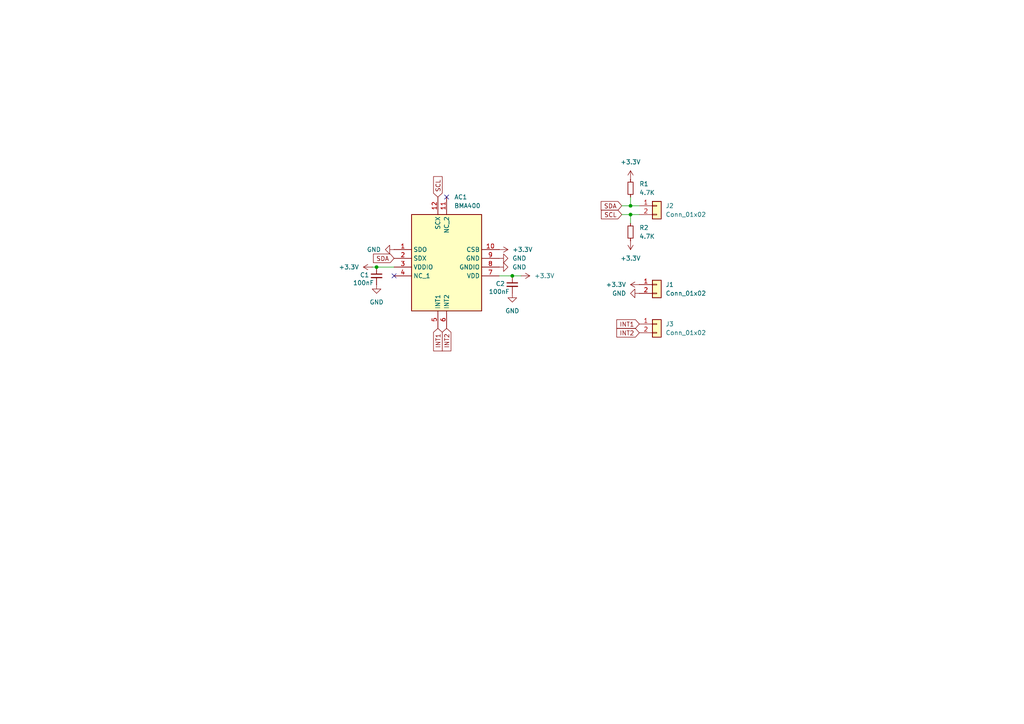
<source format=kicad_sch>
(kicad_sch (version 20231120) (generator "eeschema") (generator_version "8.0")
  (paper "A4")
  (lib_symbols
    (symbol "BMA400:BMA400"
      (property "Reference" "AC" (at 26.67 15.24 0))
      (property "Value" "BMA400" (at 26.67 12.7 0))
      (symbol "BMA400_1_1"
        (rectangle (start 5.08 10.16) (end 25.4 -17.78) (stroke (width 0.254)) (fill (type background)))
        (pin passive line (at 0 0 0) (length 5.08) (name "SDO") (number "1"))
        (pin passive line (at 30.48 0 180) (length 5.08) (name "CSB") (number "10"))
        (pin passive line (at 15.24 15.24 270) (length 5.08) (name "NC_2") (number "11"))
        (pin passive line (at 12.7 15.24 270) (length 5.08) (name "SCX") (number "12"))
        (pin passive line (at 0 -2.54 0) (length 5.08) (name "SDX") (number "2"))
        (pin passive line (at 0 -5.08 0) (length 5.08) (name "VDDIO") (number "3"))
        (pin passive line (at 0 -7.62 0) (length 5.08) (name "NC_1") (number "4"))
        (pin passive line (at 12.7 -22.86 90) (length 5.08) (name "INT1") (number "5"))
        (pin passive line (at 15.24 -22.86 90) (length 5.08) (name "INT2") (number "6"))
        (pin passive line (at 30.48 -7.62 180) (length 5.08) (name "VDD") (number "7"))
        (pin passive line (at 30.48 -5.08 180) (length 5.08) (name "GNDIO") (number "8"))
        (pin passive line (at 30.48 -2.54 180) (length 5.08) (name "GND") (number "9"))
      )
    )
    (symbol "Connector_Generic:Conn_01x02" (pin_names (offset 1.016) hide)
      (property "Reference" "J" (at 0 2.54 0))
      (property "Value" "Conn_01x02" (at 0 -5.08 0))
      (symbol "Conn_01x02_1_1"
        (rectangle (start -1.27 -2.413) (end 0 -2.667) (stroke (width 0.1524)))
        (rectangle (start -1.27 0.127) (end 0 -0.127) (stroke (width 0.1524)))
        (rectangle (start -1.27 1.27) (end 1.27 -3.81) (stroke (width 0.254)) (fill (type background)))
        (pin passive line (at -5.08 0 0) (length 3.81) (name "Pin_1") (number "1"))
        (pin passive line (at -5.08 -2.54 0) (length 3.81) (name "Pin_2") (number "2"))
      )
    )
    (symbol "Device:C_Small" (pin_numbers hide) (pin_names (offset 0.254) hide)
      (property "Reference" "C" (at 0.254 1.778 0))
      (property "Value" "C_Small" (at 0.254 -2.032 0))
      (symbol "C_Small_0_1"
        (polyline (pts (xy -1.524 -0.508) (xy 1.524 -0.508)) (stroke (width 0.3302)))
        (polyline (pts (xy -1.524 0.508) (xy 1.524 0.508)) (stroke (width 0.3048)))
      )
      (symbol "C_Small_1_1"
        (pin passive line (at 0 2.54 270) (length 2.032) (name "~") (number "1"))
        (pin passive line (at 0 -2.54 90) (length 2.032) (name "~") (number "2"))
      )
    )
    (symbol "Device:R_Small" (pin_numbers hide) (pin_names (offset 0.254) hide)
      (property "Reference" "R" (at 0.762 0.508 0))
      (property "Value" "R_Small" (at 0.762 -1.016 0))
      (symbol "R_Small_0_1"
        (rectangle (start -0.762 1.778) (end 0.762 -1.778) (stroke (width 0.2032)))
      )
      (symbol "R_Small_1_1"
        (pin passive line (at 0 2.54 270) (length 0.762) (name "~") (number "1"))
        (pin passive line (at 0 -2.54 90) (length 0.762) (name "~") (number "2"))
      )
    )
    (symbol "power:+3.3V" (power) (pin_numbers hide) (pin_names (offset 0) hide)
      (property "Value" "+3.3V" (at 0 3.556 0))
      (symbol "+3.3V_0_1"
        (polyline (pts (xy -0.762 1.27) (xy 0 2.54)))
        (polyline (pts (xy 0 0) (xy 0 2.54)))
        (polyline (pts (xy 0 2.54) (xy 0.762 1.27)))
      )
      (symbol "+3.3V_1_1"
        (pin power_in line (at 0 0 90) (length 0) (name "~") (number "1"))
      )
    )
    (symbol "power:GND" (power) (pin_numbers hide) (pin_names (offset 0) hide)
      (property "Value" "GND" (at 0 -3.81 0))
      (symbol "GND_0_1"
        (polyline (pts (xy 0 0) (xy 0 -1.27) (xy 1.27 -1.27) (xy 0 -2.54) (xy -1.27 -1.27) (xy 0 -1.27)))
      )
      (symbol "GND_1_1"
        (pin power_in line (at 0 0 270) (length 0) (name "~") (number "1"))
      )
    )
  )
  (junction (at 182.88 59.69))
  (junction (at 109.22 77.47))
  (junction (at 182.88 62.23))
  (junction (at 148.59 80.01))
  (no_connect (at 129.54 57.15))
  (no_connect (at 114.3 80.01))
  (wire (pts (xy 182.88 59.69) (xy 185.42 59.69)))
  (wire (pts (xy 182.88 62.23) (xy 185.42 62.23)))
  (wire (pts (xy 182.88 57.15) (xy 182.88 59.69)))
  (wire (pts (xy 109.22 77.47) (xy 114.3 77.47)))
  (wire (pts (xy 107.95 77.47) (xy 109.22 77.47)))
  (wire (pts (xy 148.59 80.01) (xy 144.78 80.01)))
  (wire (pts (xy 151.13 80.01) (xy 148.59 80.01)))
  (wire (pts (xy 182.88 62.23) (xy 182.88 64.77)))
  (wire (pts (xy 180.34 59.69) (xy 182.88 59.69)))
  (wire (pts (xy 180.34 62.23) (xy 182.88 62.23)))
  (global_label "SCL" (shape input) (at 127 57.15 90) (property "Intersheetrefs" "${INTERSHEET_REFS}" (effects (hide yes))))
  (global_label "INT1" (shape input) (at 185.42 93.98 180) (property "Intersheetrefs" "${INTERSHEET_REFS}" (effects (hide yes))))
  (global_label "SCL" (shape input) (at 180.34 62.23 180) (property "Intersheetrefs" "${INTERSHEET_REFS}" (effects (hide yes))))
  (global_label "INT2" (shape input) (at 129.54 95.25 270) (property "Intersheetrefs" "${INTERSHEET_REFS}" (effects (hide yes))))
  (global_label "SDA" (shape input) (at 114.3 74.93 180) (property "Intersheetrefs" "${INTERSHEET_REFS}" (effects (hide yes))))
  (global_label "INT1" (shape input) (at 127 95.25 270) (property "Intersheetrefs" "${INTERSHEET_REFS}" (effects (hide yes))))
  (global_label "INT2" (shape input) (at 185.42 96.52 180) (property "Intersheetrefs" "${INTERSHEET_REFS}" (effects (hide yes))))
  (global_label "SDA" (shape input) (at 180.34 59.69 180) (property "Intersheetrefs" "${INTERSHEET_REFS}" (effects (hide yes))))
  (symbol (lib_id "power:+3.3V") (at 185.42 82.55 90) (unit 1)
    (property "Reference" "#PWR09" (effects (hide yes)))
    (property "Value" "+3.3V" (at 181.61 82.5499 90) (effects (justify left)))
    (property "Description" "Power symbol creates a global label with name \"+3.3V\"" (effects (hide yes)))
  )
  (symbol (lib_id "Connector_Generic:Conn_01x02") (at 190.5 82.55 0) (unit 1)
    (property "Reference" "J1" (at 193.04 82.5499 0) (effects (justify left)))
    (property "Value" "Conn_01x02" (at 193.04 85.0899 0) (effects (justify left)))
    (property "Footprint" "Connector_PinHeader_2.54mm:PinHeader_1x02_P2.54mm_Vertical" (effects (hide yes)))
    (property "Description" "Generic connector, single row, 01x02, script generated (kicad-library-utils/schlib/autogen/connector/)" (effects (hide yes)))
  )
  (symbol (lib_id "Connector_Generic:Conn_01x02") (at 190.5 59.69 0) (unit 1)
    (property "Reference" "J2" (at 193.04 59.6899 0) (effects (justify left)))
    (property "Value" "Conn_01x02" (at 193.04 62.2299 0) (effects (justify left)))
    (property "Footprint" "Connector_PinHeader_2.54mm:PinHeader_1x02_P2.54mm_Vertical" (effects (hide yes)))
    (property "Description" "Generic connector, single row, 01x02, script generated (kicad-library-utils/schlib/autogen/connector/)" (effects (hide yes)))
  )
  (symbol (lib_id "power:+3.3V") (at 182.88 69.85 180) (unit 1)
    (property "Reference" "#PWR011" (effects (hide yes)))
    (property "Value" "+3.3V" (at 182.88 74.93 0))
    (property "Description" "Power symbol creates a global label with name \"+3.3V\"" (effects (hide yes)))
  )
  (symbol (lib_id "power:+3.3V") (at 107.95 77.47 90) (unit 1)
    (property "Reference" "#PWR02" (effects (hide yes)))
    (property "Value" "+3.3V" (at 104.14 77.4699 90) (effects (justify left)))
    (property "Description" "Power symbol creates a global label with name \"+3.3V\"" (effects (hide yes)))
  )
  (symbol (lib_id "power:+3.3V") (at 182.88 52.07 0) (unit 1)
    (property "Reference" "#PWR012" (effects (hide yes)))
    (property "Value" "+3.3V" (at 182.88 46.99 0))
    (property "Description" "Power symbol creates a global label with name \"+3.3V\"" (effects (hide yes)))
  )
  (symbol (lib_id "power:GND") (at 109.22 82.55 0) (unit 1)
    (property "Reference" "#PWR06" (effects (hide yes)))
    (property "Value" "GND" (at 109.22 87.63 0))
    (property "Description" "Power symbol creates a global label with name \"GND\" , ground" (effects (hide yes)))
  )
  (symbol (lib_id "Device:R_Small") (at 182.88 54.61 0) (unit 1)
    (property "Reference" "R1" (at 185.42 53.3399 0) (effects (justify left)))
    (property "Value" "4.7K" (at 185.42 55.8799 0) (effects (justify left)))
    (property "Footprint" "Resistor_SMD:R_0603_1608Metric_Pad0.98x0.95mm_HandSolder" (effects (hide yes)))
    (property "Description" "Resistor, small symbol" (effects (hide yes)))
  )
  (symbol (lib_id "power:GND") (at 144.78 74.93 90) (unit 1)
    (property "Reference" "#PWR04" (effects (hide yes)))
    (property "Value" "GND" (at 148.59 74.9299 90) (effects (justify right)))
    (property "Description" "Power symbol creates a global label with name \"GND\" , ground" (effects (hide yes)))
  )
  (symbol (lib_id "Device:C_Small") (at 109.22 80.01 0) (unit 1)
    (property "Reference" "C1" (at 104.394 79.756 0) (effects (justify left)))
    (property "Value" "100nF" (at 102.362 82.042 0) (effects (justify left)))
    (property "Footprint" "Capacitor_SMD:C_0603_1608Metric_Pad1.08x0.95mm_HandSolder" (effects (hide yes)))
    (property "Description" "Unpolarized capacitor, small symbol" (effects (hide yes)))
  )
  (symbol (lib_id "Device:R_Small") (at 182.88 67.31 0) (unit 1)
    (property "Reference" "R2" (at 185.42 66.0399 0) (effects (justify left)))
    (property "Value" "4.7K" (at 185.42 68.5799 0) (effects (justify left)))
    (property "Footprint" "Resistor_SMD:R_0603_1608Metric_Pad0.98x0.95mm_HandSolder" (effects (hide yes)))
    (property "Description" "Resistor, small symbol" (effects (hide yes)))
  )
  (symbol (lib_id "BMA400:BMA400") (at 114.3 72.39 0) (unit 1)
    (property "Reference" "AC1" (at 131.7341 57.15 0) (effects (justify left)))
    (property "Value" "BMA400" (at 131.7341 59.69 0) (effects (justify left)))
    (property "Footprint" "BMA400:BOSCH_LGA-12" (effects (hide yes)))
    (property "Datasheet" "https://datasheet.datasheetarchive.com/originals/distributors/Datasheets_SAMA/fa80b3d87963a3ff599e323b9a26d827.pdf" (effects (hide yes)))
    (property "Description" "Ultra-low power triaxial accelerometer" (effects (hide yes)))
    (property "Manufacturer_Name" "BOSCH" (effects (hide yes)))
    (property "Manufacturer_Part_Number" "BMA400" (effects (hide yes)))
    (property "Mouser Part Number" "262-BMA400" (effects (hide yes)))
    (property "Mouser Price/Stock" "https://www.mouser.co.uk/ProductDetail/Bosch-Sensortec/BMA400?qs=f9yNj16SXrKBoguHUc32eQ%3D%3D" (effects (hide yes)))
    (property "Arrow Part Number" "BMA400" (effects (hide yes)))
    (property "Arrow Price/Stock" "https://www.arrow.com/en/products/bma400/bosch?region=nac" (effects (hide yes)))
  )
  (symbol (lib_id "power:GND") (at 148.59 85.09 0) (unit 1)
    (property "Reference" "#PWR05" (effects (hide yes)))
    (property "Value" "GND" (at 148.59 90.17 0))
    (property "Description" "Power symbol creates a global label with name \"GND\" , ground" (effects (hide yes)))
  )
  (symbol (lib_id "power:+3.3V") (at 151.13 80.01 270) (unit 1)
    (property "Reference" "#PWR01" (effects (hide yes)))
    (property "Value" "+3.3V" (at 154.94 80.0099 90) (effects (justify left)))
    (property "Description" "Power symbol creates a global label with name \"+3.3V\"" (effects (hide yes)))
  )
  (symbol (lib_id "power:GND") (at 144.78 77.47 90) (unit 1)
    (property "Reference" "#PWR03" (effects (hide yes)))
    (property "Value" "GND" (at 148.59 77.4699 90) (effects (justify right)))
    (property "Description" "Power symbol creates a global label with name \"GND\" , ground" (effects (hide yes)))
  )
  (symbol (lib_id "Connector_Generic:Conn_01x02") (at 190.5 93.98 0) (unit 1)
    (property "Reference" "J3" (at 193.04 93.9799 0) (effects (justify left)))
    (property "Value" "Conn_01x02" (at 193.04 96.5199 0) (effects (justify left)))
    (property "Footprint" "Connector_PinHeader_2.54mm:PinHeader_1x02_P2.54mm_Vertical" (effects (hide yes)))
    (property "Description" "Generic connector, single row, 01x02, script generated (kicad-library-utils/schlib/autogen/connector/)" (effects (hide yes)))
  )
  (symbol (lib_id "power:GND") (at 185.42 85.09 270) (unit 1)
    (property "Reference" "#PWR010" (effects (hide yes)))
    (property "Value" "GND" (at 181.61 85.0899 90) (effects (justify right)))
    (property "Description" "Power symbol creates a global label with name \"GND\" , ground" (effects (hide yes)))
  )
  (symbol (lib_id "Device:C_Small") (at 148.59 82.55 0) (unit 1)
    (property "Reference" "C2" (at 143.764 82.296 0) (effects (justify left)))
    (property "Value" "100nF" (at 141.732 84.582 0) (effects (justify left)))
    (property "Footprint" "Capacitor_SMD:C_0603_1608Metric_Pad1.08x0.95mm_HandSolder" (effects (hide yes)))
    (property "Description" "Unpolarized capacitor, small symbol" (effects (hide yes)))
  )
  (symbol (lib_id "power:GND") (at 114.3 72.39 270) (unit 1)
    (property "Reference" "#PWR08" (effects (hide yes)))
    (property "Value" "GND" (at 110.49 72.3899 90) (effects (justify right)))
    (property "Description" "Power symbol creates a global label with name \"GND\" , ground" (effects (hide yes)))
  )
  (symbol (lib_id "power:+3.3V") (at 144.78 72.39 270) (unit 1)
    (property "Reference" "#PWR07" (effects (hide yes)))
    (property "Value" "+3.3V" (at 148.59 72.3899 90) (effects (justify left)))
    (property "Description" "Power symbol creates a global label with name \"+3.3V\"" (effects (hide yes)))
  )
)
</source>
